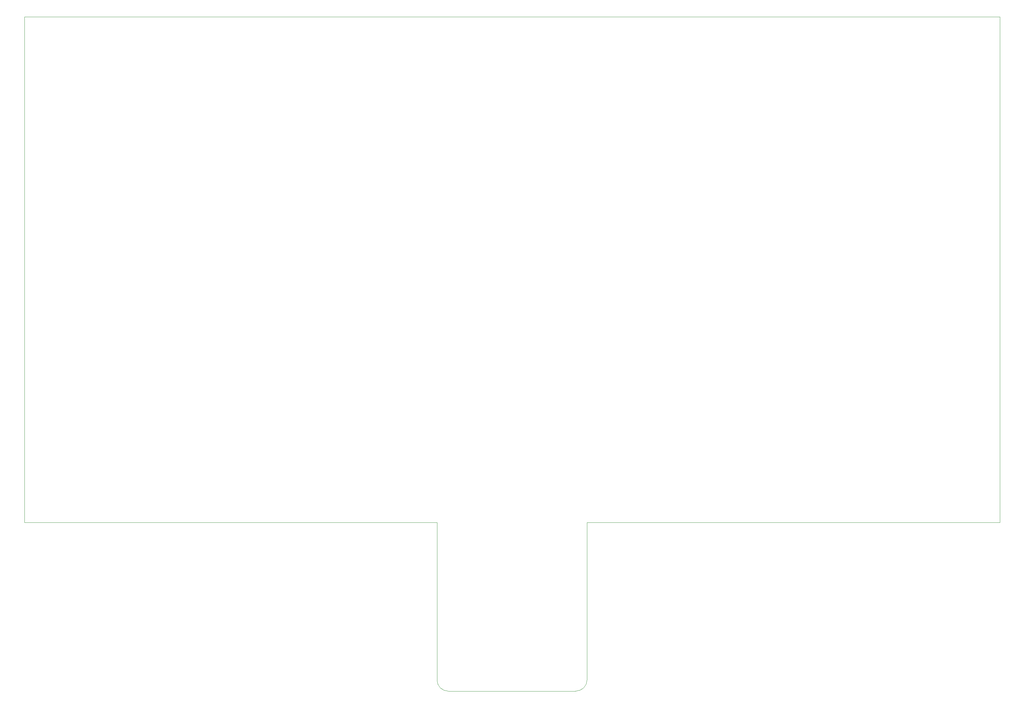
<source format=gbr>
G04 GENERATED BY PULSONIX 11.0 GERBER.DLL 8466*
G04 #@! TF.GenerationSoftware,Pulsonix,Pulsonix,11.0.8467*
G04 #@! TF.CreationDate,2021-12-19T21:00:55+00:00*
G04 #@! TF.Part,Single*
%FSLAX24Y24*%
%LPD*%
%MOIN*%
G04 #@! TF.FileFunction,Other,Board Outline*
G04 #@! TF.FilePolarity,Positive*
G04 #@! TA.AperFunction,Profile*
%ADD10C,0.0001*%
G04 #@! TD.AperFunction*
X0Y0D02*
D02*
D10*
X2362Y20079D02*
X45669D01*
Y3544D01*
G75*
G03*
X46831Y2362I1172J-10D01*
G01*
X60217D01*
G75*
G03*
X61418Y3563I0J1201D01*
G01*
Y20079D01*
X104725D01*
Y73229D01*
X2362D01*
Y20079D01*
X0Y0D02*
M02*

</source>
